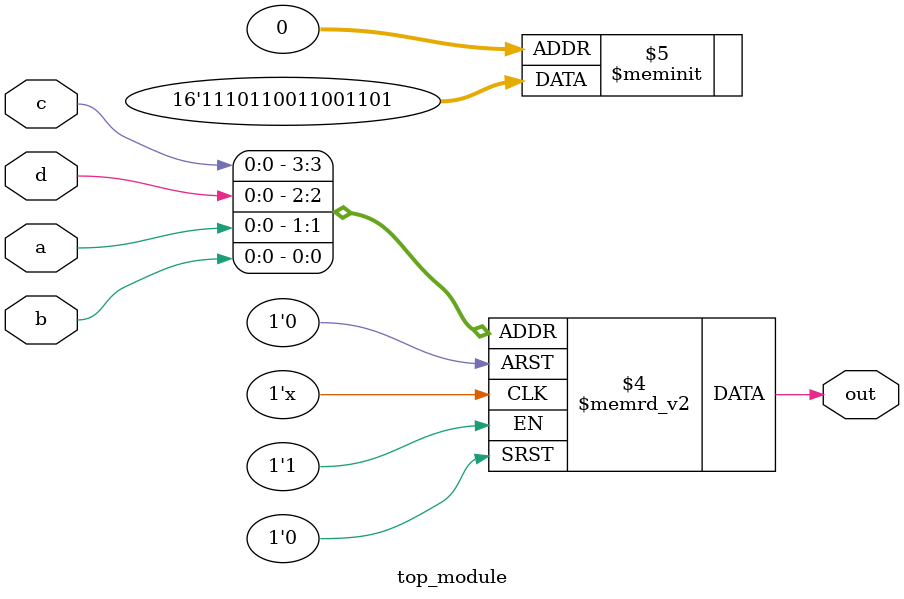
<source format=sv>
module top_module (
    input a, 
    input b,
    input c,
    input d,
    output reg out
);

always @(*) begin
    case ({c, d, a, b})
        4'b0000: out = 1'b1;
        4'b0010: out = 1'b1;
        4'b0011: out = 1'b1;
        4'b0101: out = 1'b0;
        4'b0110: out = 1'b1;
        4'b0111: out = 1'b1;
        4'b1001: out = 1'b0;
        4'b1010: out = 1'b1;
        4'b1011: out = 1'b1;
        4'b1101: out = 1'b1;
        4'b1110: out = 1'b1;
        4'b1111: out = 1'b1;
        default: out = 1'b0;
    endcase
end

endmodule

</source>
